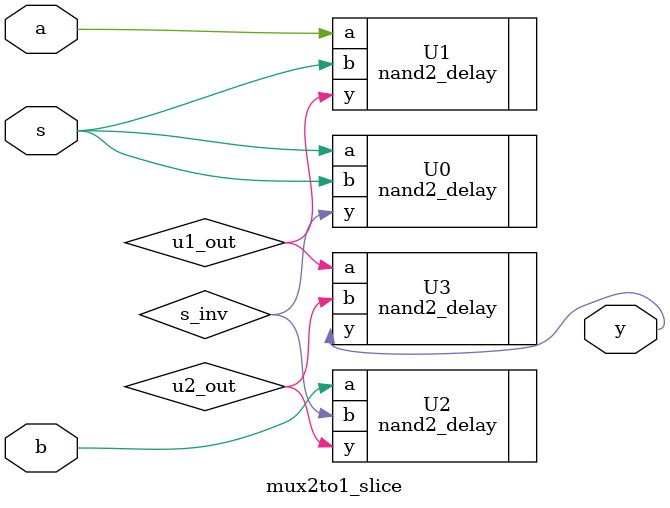
<source format=sv>
module mux2to1_slice(
    input  logic a,
    input  logic b,
    input  logic s,
    output logic y
    );

    logic   u1_out;
    logic   u2_out;
    logic   s_inv;

    nand2_delay U0 (.a(s),
                    .b(s),
                    .y(s_inv));

    nand2_delay U1 (.a(a),
                    .b(s),
                    .y(u1_out));

    nand2_delay U2 (.a(b),
                    .b(s_inv),
                    .y(u2_out));

    nand2_delay U3 (.a(u1_out),
                    .b(u2_out),
                    .y(y) );

endmodule

</source>
